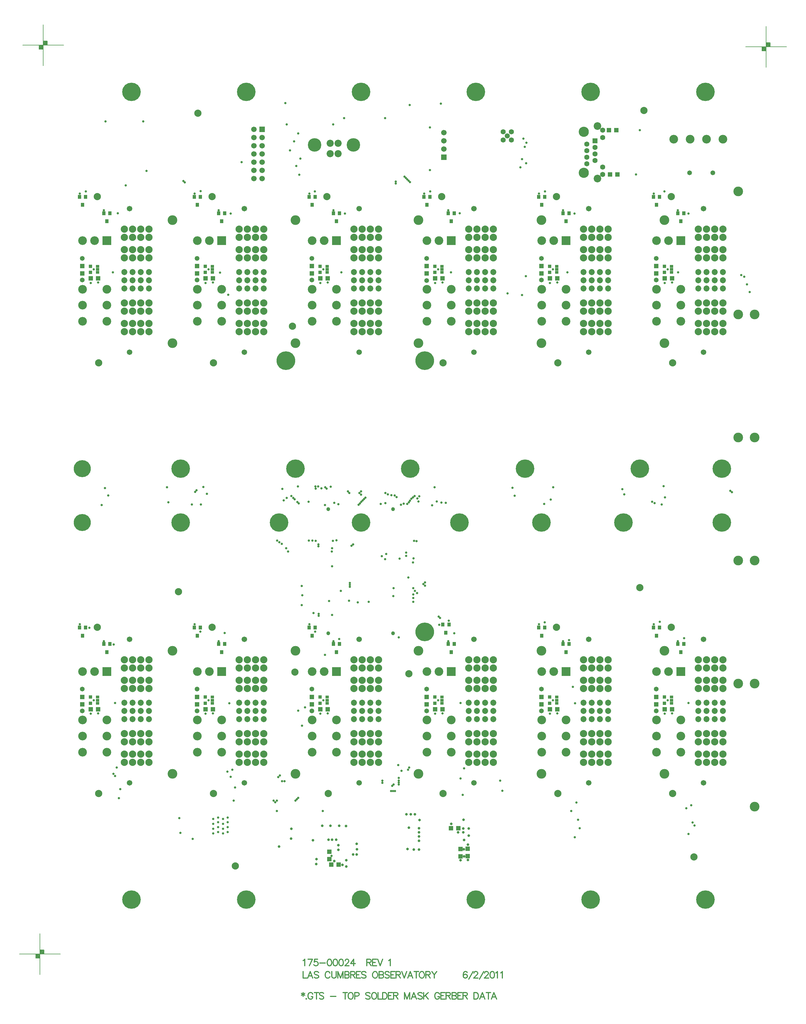
<source format=gts>
%FSLAX23Y23*%
%MOIN*%
G70*
G01*
G75*
G04 Layer_Color=8388736*
%ADD10R,0.035X0.037*%
%ADD11R,0.035X0.037*%
%ADD12R,0.036X0.036*%
%ADD13R,0.036X0.028*%
%ADD14R,0.050X0.050*%
%ADD15R,0.050X0.050*%
%ADD16C,0.005*%
%ADD17C,0.010*%
%ADD18C,0.050*%
%ADD19C,0.012*%
%ADD20C,0.012*%
%ADD21C,0.008*%
%ADD22C,0.012*%
%ADD23C,0.157*%
%ADD24C,0.079*%
%ADD25C,0.020*%
%ADD26C,0.220*%
%ADD27C,0.039*%
%ADD28C,0.055*%
%ADD29R,0.055X0.055*%
%ADD30C,0.116*%
%ADD31C,0.085*%
%ADD32R,0.098X0.098*%
%ADD33C,0.098*%
%ADD34C,0.080*%
%ADD35C,0.065*%
%ADD36C,0.059*%
%ADD37C,0.055*%
%ADD38R,0.059X0.059*%
%ADD39C,0.110*%
%ADD40C,0.217*%
%ADD41C,0.200*%
%ADD42C,0.026*%
%ADD43C,0.050*%
%ADD44C,0.024*%
%ADD45C,0.025*%
%ADD46C,0.040*%
%ADD47C,0.131*%
%ADD48C,0.076*%
%ADD49C,0.206*%
%ADD50C,0.080*%
%ADD51C,0.075*%
%ADD52C,0.168*%
%ADD53C,0.102*%
%ADD54C,0.091*%
G04:AMPARAMS|DCode=55|XSize=111.181mil|YSize=111.181mil|CornerRadius=0mil|HoleSize=0mil|Usage=FLASHONLY|Rotation=0.000|XOffset=0mil|YOffset=0mil|HoleType=Round|Shape=Relief|Width=30mil|Gap=10mil|Entries=4|*
%AMTHD55*
7,0,0,0.111,0.091,0.030,45*
%
%ADD55THD55*%
G04:AMPARAMS|DCode=56|XSize=112mil|YSize=112mil|CornerRadius=0mil|HoleSize=0mil|Usage=FLASHONLY|Rotation=0.000|XOffset=0mil|YOffset=0mil|HoleType=Round|Shape=Relief|Width=30mil|Gap=10mil|Entries=4|*
%AMTHD56*
7,0,0,0.112,0.092,0.030,45*
%
%ADD56THD56*%
%ADD57C,0.092*%
%ADD58C,0.138*%
%ADD59C,0.073*%
%ADD60C,0.099*%
G04:AMPARAMS|DCode=61|XSize=119.055mil|YSize=119.055mil|CornerRadius=0mil|HoleSize=0mil|Usage=FLASHONLY|Rotation=0.000|XOffset=0mil|YOffset=0mil|HoleType=Round|Shape=Relief|Width=30mil|Gap=10mil|Entries=4|*
%AMTHD61*
7,0,0,0.119,0.099,0.030,45*
%
%ADD61THD61*%
%ADD62C,0.075*%
G04:AMPARAMS|DCode=63|XSize=130mil|YSize=130mil|CornerRadius=0mil|HoleSize=0mil|Usage=FLASHONLY|Rotation=0.000|XOffset=0mil|YOffset=0mil|HoleType=Round|Shape=Relief|Width=30mil|Gap=10mil|Entries=4|*
%AMTHD63*
7,0,0,0.130,0.110,0.030,45*
%
%ADD63THD63*%
%ADD64C,0.168*%
%ADD65C,0.053*%
G04:AMPARAMS|DCode=66|XSize=88mil|YSize=88mil|CornerRadius=0mil|HoleSize=0mil|Usage=FLASHONLY|Rotation=0.000|XOffset=0mil|YOffset=0mil|HoleType=Round|Shape=Relief|Width=30mil|Gap=10mil|Entries=4|*
%AMTHD66*
7,0,0,0.088,0.068,0.030,45*
%
%ADD66THD66*%
G04:AMPARAMS|DCode=67|XSize=70mil|YSize=70mil|CornerRadius=0mil|HoleSize=0mil|Usage=FLASHONLY|Rotation=0.000|XOffset=0mil|YOffset=0mil|HoleType=Round|Shape=Relief|Width=30mil|Gap=10mil|Entries=4|*
%AMTHD67*
7,0,0,0.070,0.050,0.030,45*
%
%ADD67THD67*%
%ADD68C,0.068*%
G04:AMPARAMS|DCode=69|XSize=100mil|YSize=100mil|CornerRadius=0mil|HoleSize=0mil|Usage=FLASHONLY|Rotation=0.000|XOffset=0mil|YOffset=0mil|HoleType=Round|Shape=Relief|Width=10mil|Gap=10mil|Entries=4|*
%AMTHD69*
7,0,0,0.100,0.080,0.010,45*
%
%ADD69THD69*%
G04:AMPARAMS|DCode=70|XSize=70mil|YSize=70mil|CornerRadius=0mil|HoleSize=0mil|Usage=FLASHONLY|Rotation=0.000|XOffset=0mil|YOffset=0mil|HoleType=Round|Shape=Relief|Width=10mil|Gap=10mil|Entries=4|*
%AMTHD70*
7,0,0,0.070,0.050,0.010,45*
%
%ADD70THD70*%
G04:AMPARAMS|DCode=71|XSize=150.551mil|YSize=150.551mil|CornerRadius=0mil|HoleSize=0mil|Usage=FLASHONLY|Rotation=0.000|XOffset=0mil|YOffset=0mil|HoleType=Round|Shape=Relief|Width=10mil|Gap=10mil|Entries=4|*
%AMTHD71*
7,0,0,0.151,0.131,0.010,45*
%
%ADD71THD71*%
G04:AMPARAMS|DCode=72|XSize=96.221mil|YSize=96.221mil|CornerRadius=0mil|HoleSize=0mil|Usage=FLASHONLY|Rotation=0.000|XOffset=0mil|YOffset=0mil|HoleType=Round|Shape=Relief|Width=10mil|Gap=10mil|Entries=4|*
%AMTHD72*
7,0,0,0.096,0.076,0.010,45*
%
%ADD72THD72*%
G04:AMPARAMS|DCode=73|XSize=95mil|YSize=95mil|CornerRadius=0mil|HoleSize=0mil|Usage=FLASHONLY|Rotation=0.000|XOffset=0mil|YOffset=0mil|HoleType=Round|Shape=Relief|Width=10mil|Gap=10mil|Entries=4|*
%AMTHD73*
7,0,0,0.095,0.075,0.010,45*
%
%ADD73THD73*%
G04:AMPARAMS|DCode=74|XSize=122mil|YSize=122mil|CornerRadius=0mil|HoleSize=0mil|Usage=FLASHONLY|Rotation=0.000|XOffset=0mil|YOffset=0mil|HoleType=Round|Shape=Relief|Width=10mil|Gap=10mil|Entries=4|*
%AMTHD74*
7,0,0,0.122,0.102,0.010,45*
%
%ADD74THD74*%
G04:AMPARAMS|DCode=75|XSize=112mil|YSize=112mil|CornerRadius=0mil|HoleSize=0mil|Usage=FLASHONLY|Rotation=0.000|XOffset=0mil|YOffset=0mil|HoleType=Round|Shape=Relief|Width=10mil|Gap=10mil|Entries=4|*
%AMTHD75*
7,0,0,0.112,0.092,0.010,45*
%
%ADD75THD75*%
G04:AMPARAMS|DCode=76|XSize=93.465mil|YSize=93.465mil|CornerRadius=0mil|HoleSize=0mil|Usage=FLASHONLY|Rotation=0.000|XOffset=0mil|YOffset=0mil|HoleType=Round|Shape=Relief|Width=10mil|Gap=10mil|Entries=4|*
%AMTHD76*
7,0,0,0.093,0.073,0.010,45*
%
%ADD76THD76*%
G04:AMPARAMS|DCode=77|XSize=95.433mil|YSize=95.433mil|CornerRadius=0mil|HoleSize=0mil|Usage=FLASHONLY|Rotation=0.000|XOffset=0mil|YOffset=0mil|HoleType=Round|Shape=Relief|Width=10mil|Gap=10mil|Entries=4|*
%AMTHD77*
7,0,0,0.095,0.075,0.010,45*
%
%ADD77THD77*%
G04:AMPARAMS|DCode=78|XSize=72.992mil|YSize=72.992mil|CornerRadius=0mil|HoleSize=0mil|Usage=FLASHONLY|Rotation=0.000|XOffset=0mil|YOffset=0mil|HoleType=Round|Shape=Relief|Width=10mil|Gap=10mil|Entries=4|*
%AMTHD78*
7,0,0,0.073,0.053,0.010,45*
%
%ADD78THD78*%
G04:AMPARAMS|DCode=79|XSize=88mil|YSize=88mil|CornerRadius=0mil|HoleSize=0mil|Usage=FLASHONLY|Rotation=0.000|XOffset=0mil|YOffset=0mil|HoleType=Round|Shape=Relief|Width=10mil|Gap=10mil|Entries=4|*
%AMTHD79*
7,0,0,0.088,0.068,0.010,45*
%
%ADD79THD79*%
%ADD80R,0.075X0.037*%
%ADD81R,0.272X0.268*%
%ADD82R,0.057X0.012*%
%ADD83R,0.025X0.185*%
%ADD84R,0.025X0.100*%
%ADD85R,0.016X0.020*%
%ADD86R,0.020X0.020*%
%ADD87R,0.070X0.135*%
%ADD88R,0.078X0.048*%
%ADD89R,0.063X0.075*%
%ADD90O,0.028X0.098*%
%ADD91R,0.045X0.017*%
%ADD92R,0.087X0.059*%
%ADD93R,0.126X0.060*%
%ADD94R,0.065X0.094*%
%ADD95O,0.027X0.010*%
%ADD96R,0.094X0.065*%
%ADD97O,0.010X0.024*%
%ADD98R,0.040X0.067*%
%ADD99R,0.051X0.059*%
%ADD100R,0.070X0.025*%
%ADD101R,0.059X0.051*%
%ADD102R,0.059X0.087*%
%ADD103C,0.020*%
%ADD104C,0.030*%
%ADD105C,0.010*%
%ADD106C,0.010*%
%ADD107C,0.008*%
%ADD108C,0.006*%
%ADD109C,0.007*%
%ADD110R,0.384X0.322*%
%ADD111R,0.043X0.045*%
%ADD112R,0.043X0.045*%
%ADD113R,0.044X0.044*%
%ADD114R,0.044X0.036*%
%ADD115R,0.058X0.058*%
%ADD116R,0.058X0.058*%
%ADD117C,0.165*%
%ADD118C,0.087*%
%ADD119C,0.028*%
%ADD120C,0.228*%
%ADD121C,0.047*%
%ADD122C,0.063*%
%ADD123R,0.063X0.063*%
%ADD124C,0.124*%
%ADD125C,0.093*%
%ADD126R,0.106X0.106*%
%ADD127C,0.106*%
%ADD128C,0.088*%
%ADD129C,0.073*%
%ADD130C,0.067*%
%ADD131C,0.063*%
%ADD132R,0.067X0.067*%
%ADD133C,0.118*%
%ADD134C,0.225*%
%ADD135C,0.208*%
%ADD136C,0.058*%
%ADD137C,0.032*%
D19*
X32136Y17353D02*
X32144Y17357D01*
X32155Y17369D01*
Y17289D01*
X32248Y17369D02*
X32210Y17289D01*
X32195Y17369D02*
X32248D01*
X32312D02*
X32274D01*
X32270Y17334D01*
X32274Y17338D01*
X32285Y17342D01*
X32296D01*
X32308Y17338D01*
X32315Y17330D01*
X32319Y17319D01*
Y17311D01*
X32315Y17300D01*
X32308Y17292D01*
X32296Y17289D01*
X32285D01*
X32274Y17292D01*
X32270Y17296D01*
X32266Y17304D01*
X32337Y17323D02*
X32406D01*
X32452Y17369D02*
X32441Y17365D01*
X32433Y17353D01*
X32429Y17334D01*
Y17323D01*
X32433Y17304D01*
X32441Y17292D01*
X32452Y17289D01*
X32460D01*
X32471Y17292D01*
X32479Y17304D01*
X32483Y17323D01*
Y17334D01*
X32479Y17353D01*
X32471Y17365D01*
X32460Y17369D01*
X32452D01*
X32523D02*
X32512Y17365D01*
X32504Y17353D01*
X32501Y17334D01*
Y17323D01*
X32504Y17304D01*
X32512Y17292D01*
X32523Y17289D01*
X32531D01*
X32542Y17292D01*
X32550Y17304D01*
X32554Y17323D01*
Y17334D01*
X32550Y17353D01*
X32542Y17365D01*
X32531Y17369D01*
X32523D01*
X32595D02*
X32583Y17365D01*
X32576Y17353D01*
X32572Y17334D01*
Y17323D01*
X32576Y17304D01*
X32583Y17292D01*
X32595Y17289D01*
X32602D01*
X32614Y17292D01*
X32621Y17304D01*
X32625Y17323D01*
Y17334D01*
X32621Y17353D01*
X32614Y17365D01*
X32602Y17369D01*
X32595D01*
X32647Y17350D02*
Y17353D01*
X32651Y17361D01*
X32654Y17365D01*
X32662Y17369D01*
X32677D01*
X32685Y17365D01*
X32689Y17361D01*
X32692Y17353D01*
Y17346D01*
X32689Y17338D01*
X32681Y17327D01*
X32643Y17289D01*
X32696D01*
X32752Y17369D02*
X32714Y17315D01*
X32771D01*
X32752Y17369D02*
Y17289D01*
X32911Y17369D02*
Y17289D01*
Y17369D02*
X32945D01*
X32957Y17365D01*
X32961Y17361D01*
X32964Y17353D01*
Y17346D01*
X32961Y17338D01*
X32957Y17334D01*
X32945Y17330D01*
X32911D01*
X32938D02*
X32964Y17289D01*
X33032Y17369D02*
X32982D01*
Y17289D01*
X33032D01*
X32982Y17330D02*
X33013D01*
X33045Y17369D02*
X33076Y17289D01*
X33106Y17369D02*
X33076Y17289D01*
X33179Y17353D02*
X33187Y17357D01*
X33198Y17369D01*
Y17289D01*
D20*
X32134Y16963D02*
Y16917D01*
X32115Y16952D02*
X32153Y16929D01*
Y16952D02*
X32115Y16929D01*
X32173Y16891D02*
X32169Y16887D01*
X32173Y16883D01*
X32177Y16887D01*
X32173Y16891D01*
X32252Y16944D02*
X32248Y16952D01*
X32240Y16959D01*
X32233Y16963D01*
X32217D01*
X32210Y16959D01*
X32202Y16952D01*
X32198Y16944D01*
X32195Y16933D01*
Y16913D01*
X32198Y16902D01*
X32202Y16894D01*
X32210Y16887D01*
X32217Y16883D01*
X32233D01*
X32240Y16887D01*
X32248Y16894D01*
X32252Y16902D01*
Y16913D01*
X32233D02*
X32252D01*
X32297Y16963D02*
Y16883D01*
X32270Y16963D02*
X32323D01*
X32386Y16952D02*
X32379Y16959D01*
X32367Y16963D01*
X32352D01*
X32340Y16959D01*
X32333Y16952D01*
Y16944D01*
X32337Y16936D01*
X32340Y16933D01*
X32348Y16929D01*
X32371Y16921D01*
X32379Y16917D01*
X32382Y16913D01*
X32386Y16906D01*
Y16894D01*
X32379Y16887D01*
X32367Y16883D01*
X32352D01*
X32340Y16887D01*
X32333Y16894D01*
X32467Y16917D02*
X32535D01*
X32649Y16963D02*
Y16883D01*
X32622Y16963D02*
X32675D01*
X32708D02*
X32700Y16959D01*
X32692Y16952D01*
X32689Y16944D01*
X32685Y16933D01*
Y16913D01*
X32689Y16902D01*
X32692Y16894D01*
X32700Y16887D01*
X32708Y16883D01*
X32723D01*
X32730Y16887D01*
X32738Y16894D01*
X32742Y16902D01*
X32746Y16913D01*
Y16933D01*
X32742Y16944D01*
X32738Y16952D01*
X32730Y16959D01*
X32723Y16963D01*
X32708D01*
X32764Y16921D02*
X32799D01*
X32810Y16925D01*
X32814Y16929D01*
X32818Y16936D01*
Y16948D01*
X32814Y16955D01*
X32810Y16959D01*
X32799Y16963D01*
X32764D01*
Y16883D01*
X32952Y16952D02*
X32944Y16959D01*
X32933Y16963D01*
X32917D01*
X32906Y16959D01*
X32898Y16952D01*
Y16944D01*
X32902Y16936D01*
X32906Y16933D01*
X32914Y16929D01*
X32937Y16921D01*
X32944Y16917D01*
X32948Y16913D01*
X32952Y16906D01*
Y16894D01*
X32944Y16887D01*
X32933Y16883D01*
X32917D01*
X32906Y16887D01*
X32898Y16894D01*
X32993Y16963D02*
X32985Y16959D01*
X32977Y16952D01*
X32973Y16944D01*
X32970Y16933D01*
Y16913D01*
X32973Y16902D01*
X32977Y16894D01*
X32985Y16887D01*
X32993Y16883D01*
X33008D01*
X33015Y16887D01*
X33023Y16894D01*
X33027Y16902D01*
X33031Y16913D01*
Y16933D01*
X33027Y16944D01*
X33023Y16952D01*
X33015Y16959D01*
X33008Y16963D01*
X32993D01*
X33049D02*
Y16883D01*
X33095D01*
X33104Y16963D02*
Y16883D01*
Y16963D02*
X33130D01*
X33142Y16959D01*
X33149Y16952D01*
X33153Y16944D01*
X33157Y16933D01*
Y16913D01*
X33153Y16902D01*
X33149Y16894D01*
X33142Y16887D01*
X33130Y16883D01*
X33104D01*
X33224Y16963D02*
X33175D01*
Y16883D01*
X33224D01*
X33175Y16925D02*
X33205D01*
X33238Y16963D02*
Y16883D01*
Y16963D02*
X33272D01*
X33284Y16959D01*
X33287Y16955D01*
X33291Y16948D01*
Y16940D01*
X33287Y16933D01*
X33284Y16929D01*
X33272Y16925D01*
X33238D01*
X33264D02*
X33291Y16883D01*
X33372Y16963D02*
Y16883D01*
Y16963D02*
X33402Y16883D01*
X33433Y16963D02*
X33402Y16883D01*
X33433Y16963D02*
Y16883D01*
X33517D02*
X33486Y16963D01*
X33456Y16883D01*
X33467Y16910D02*
X33505D01*
X33589Y16952D02*
X33581Y16959D01*
X33570Y16963D01*
X33554D01*
X33543Y16959D01*
X33535Y16952D01*
Y16944D01*
X33539Y16936D01*
X33543Y16933D01*
X33551Y16929D01*
X33573Y16921D01*
X33581Y16917D01*
X33585Y16913D01*
X33589Y16906D01*
Y16894D01*
X33581Y16887D01*
X33570Y16883D01*
X33554D01*
X33543Y16887D01*
X33535Y16894D01*
X33606Y16963D02*
Y16883D01*
X33660Y16963D02*
X33606Y16910D01*
X33626Y16929D02*
X33660Y16883D01*
X33798Y16944D02*
X33794Y16952D01*
X33786Y16959D01*
X33779Y16963D01*
X33763D01*
X33756Y16959D01*
X33748Y16952D01*
X33744Y16944D01*
X33741Y16933D01*
Y16913D01*
X33744Y16902D01*
X33748Y16894D01*
X33756Y16887D01*
X33763Y16883D01*
X33779D01*
X33786Y16887D01*
X33794Y16894D01*
X33798Y16902D01*
Y16913D01*
X33779D02*
X33798D01*
X33865Y16963D02*
X33816D01*
Y16883D01*
X33865D01*
X33816Y16925D02*
X33846D01*
X33879Y16963D02*
Y16883D01*
Y16963D02*
X33913D01*
X33925Y16959D01*
X33928Y16955D01*
X33932Y16948D01*
Y16940D01*
X33928Y16933D01*
X33925Y16929D01*
X33913Y16925D01*
X33879D01*
X33905D02*
X33932Y16883D01*
X33950Y16963D02*
Y16883D01*
Y16963D02*
X33984D01*
X33996Y16959D01*
X34000Y16955D01*
X34003Y16948D01*
Y16940D01*
X34000Y16933D01*
X33996Y16929D01*
X33984Y16925D01*
X33950D02*
X33984D01*
X33996Y16921D01*
X34000Y16917D01*
X34003Y16910D01*
Y16898D01*
X34000Y16891D01*
X33996Y16887D01*
X33984Y16883D01*
X33950D01*
X34071Y16963D02*
X34021D01*
Y16883D01*
X34071D01*
X34021Y16925D02*
X34052D01*
X34084Y16963D02*
Y16883D01*
Y16963D02*
X34118D01*
X34130Y16959D01*
X34134Y16955D01*
X34137Y16948D01*
Y16940D01*
X34134Y16933D01*
X34130Y16929D01*
X34118Y16925D01*
X34084D01*
X34111D02*
X34137Y16883D01*
X34218Y16963D02*
Y16883D01*
Y16963D02*
X34245D01*
X34256Y16959D01*
X34264Y16952D01*
X34268Y16944D01*
X34271Y16933D01*
Y16913D01*
X34268Y16902D01*
X34264Y16894D01*
X34256Y16887D01*
X34245Y16883D01*
X34218D01*
X34350D02*
X34320Y16963D01*
X34289Y16883D01*
X34301Y16910D02*
X34339D01*
X34396Y16963D02*
Y16883D01*
X34369Y16963D02*
X34422D01*
X34493Y16883D02*
X34462Y16963D01*
X34432Y16883D01*
X34443Y16910D02*
X34481D01*
D21*
X37781Y28243D02*
Y28743D01*
X37531Y28493D02*
X38031D01*
X37731Y28443D02*
X37781D01*
X37731D02*
Y28493D01*
X37781Y28543D02*
X37831D01*
Y28493D02*
Y28543D01*
X37786Y28498D02*
Y28538D01*
X37826D01*
Y28498D02*
Y28538D01*
X37786Y28498D02*
X37826D01*
X37791Y28503D02*
Y28533D01*
X37821D01*
Y28503D02*
Y28533D01*
X37796Y28503D02*
X37821D01*
X37796Y28508D02*
Y28528D01*
X37816D01*
Y28508D02*
Y28528D01*
X37801Y28508D02*
X37816D01*
X37801Y28513D02*
Y28523D01*
X37811D01*
Y28513D02*
Y28523D01*
X37801Y28513D02*
X37811D01*
X37806D02*
Y28523D01*
X37736Y28448D02*
Y28488D01*
X37776D01*
Y28448D02*
Y28488D01*
X37736Y28448D02*
X37776D01*
X37741Y28453D02*
Y28483D01*
X37771D01*
Y28453D02*
Y28483D01*
X37746Y28453D02*
X37771D01*
X37746Y28458D02*
Y28478D01*
X37766D01*
Y28458D02*
Y28478D01*
X37751Y28458D02*
X37766D01*
X37751Y28463D02*
Y28473D01*
X37761D01*
Y28463D02*
Y28473D01*
X37751Y28463D02*
X37761D01*
X37756D02*
Y28473D01*
X28965Y28263D02*
Y28763D01*
X28715Y28513D02*
X29215D01*
X28915Y28463D02*
X28965D01*
X28915D02*
Y28513D01*
X28965Y28563D02*
X29015D01*
Y28513D02*
Y28563D01*
X28970Y28518D02*
Y28558D01*
X29010D01*
Y28518D02*
Y28558D01*
X28970Y28518D02*
X29010D01*
X28975Y28523D02*
Y28553D01*
X29005D01*
Y28523D02*
Y28553D01*
X28980Y28523D02*
X29005D01*
X28980Y28528D02*
Y28548D01*
X29000D01*
Y28528D02*
Y28548D01*
X28985Y28528D02*
X29000D01*
X28985Y28533D02*
Y28543D01*
X28995D01*
Y28533D02*
Y28543D01*
X28985Y28533D02*
X28995D01*
X28990D02*
Y28543D01*
X28920Y28468D02*
Y28508D01*
X28960D01*
Y28468D02*
Y28508D01*
X28920Y28468D02*
X28960D01*
X28925Y28473D02*
Y28503D01*
X28955D01*
Y28473D02*
Y28503D01*
X28930Y28473D02*
X28955D01*
X28930Y28478D02*
Y28498D01*
X28950D01*
Y28478D02*
Y28498D01*
X28935Y28478D02*
X28950D01*
X28935Y28483D02*
Y28493D01*
X28945D01*
Y28483D02*
Y28493D01*
X28935Y28483D02*
X28945D01*
X28940D02*
Y28493D01*
X28926Y17184D02*
Y17684D01*
X28676Y17434D02*
X29176D01*
X28876Y17384D02*
X28926D01*
X28876D02*
Y17434D01*
X28926Y17484D02*
X28976D01*
Y17434D02*
Y17484D01*
X28931Y17439D02*
Y17479D01*
X28971D01*
Y17439D02*
Y17479D01*
X28931Y17439D02*
X28971D01*
X28936Y17444D02*
Y17474D01*
X28966D01*
Y17444D02*
Y17474D01*
X28941Y17444D02*
X28966D01*
X28941Y17449D02*
Y17469D01*
X28961D01*
Y17449D02*
Y17469D01*
X28946Y17449D02*
X28961D01*
X28946Y17454D02*
Y17464D01*
X28956D01*
Y17454D02*
Y17464D01*
X28946Y17454D02*
X28956D01*
X28951D02*
Y17464D01*
X28881Y17389D02*
Y17429D01*
X28921D01*
Y17389D02*
Y17429D01*
X28881Y17389D02*
X28921D01*
X28886Y17394D02*
Y17424D01*
X28916D01*
Y17394D02*
Y17424D01*
X28891Y17394D02*
X28916D01*
X28891Y17399D02*
Y17419D01*
X28911D01*
Y17399D02*
Y17419D01*
X28896Y17399D02*
X28911D01*
X28896Y17404D02*
Y17414D01*
X28906D01*
Y17404D02*
Y17414D01*
X28896Y17404D02*
X28906D01*
X28901D02*
Y17414D01*
D22*
X32136Y17219D02*
Y17139D01*
X32182D01*
X32251D02*
X32221Y17219D01*
X32190Y17139D01*
X32202Y17165D02*
X32240D01*
X32323Y17207D02*
X32316Y17215D01*
X32304Y17219D01*
X32289D01*
X32278Y17215D01*
X32270Y17207D01*
Y17200D01*
X32274Y17192D01*
X32278Y17188D01*
X32285Y17184D01*
X32308Y17177D01*
X32316Y17173D01*
X32320Y17169D01*
X32323Y17161D01*
Y17150D01*
X32316Y17142D01*
X32304Y17139D01*
X32289D01*
X32278Y17142D01*
X32270Y17150D01*
X32461Y17200D02*
X32457Y17207D01*
X32450Y17215D01*
X32442Y17219D01*
X32427D01*
X32419Y17215D01*
X32412Y17207D01*
X32408Y17200D01*
X32404Y17188D01*
Y17169D01*
X32408Y17158D01*
X32412Y17150D01*
X32419Y17142D01*
X32427Y17139D01*
X32442D01*
X32450Y17142D01*
X32457Y17150D01*
X32461Y17158D01*
X32484Y17219D02*
Y17161D01*
X32488Y17150D01*
X32495Y17142D01*
X32507Y17139D01*
X32514D01*
X32526Y17142D01*
X32533Y17150D01*
X32537Y17161D01*
Y17219D01*
X32559D02*
Y17139D01*
Y17219D02*
X32590Y17139D01*
X32620Y17219D02*
X32590Y17139D01*
X32620Y17219D02*
Y17139D01*
X32643Y17219D02*
Y17139D01*
Y17219D02*
X32677D01*
X32689Y17215D01*
X32692Y17211D01*
X32696Y17203D01*
Y17196D01*
X32692Y17188D01*
X32689Y17184D01*
X32677Y17180D01*
X32643D02*
X32677D01*
X32689Y17177D01*
X32692Y17173D01*
X32696Y17165D01*
Y17154D01*
X32692Y17146D01*
X32689Y17142D01*
X32677Y17139D01*
X32643D01*
X32714Y17219D02*
Y17139D01*
Y17219D02*
X32748D01*
X32760Y17215D01*
X32764Y17211D01*
X32768Y17203D01*
Y17196D01*
X32764Y17188D01*
X32760Y17184D01*
X32748Y17180D01*
X32714D01*
X32741D02*
X32768Y17139D01*
X32835Y17219D02*
X32785D01*
Y17139D01*
X32835D01*
X32785Y17180D02*
X32816D01*
X32902Y17207D02*
X32894Y17215D01*
X32883Y17219D01*
X32867D01*
X32856Y17215D01*
X32848Y17207D01*
Y17200D01*
X32852Y17192D01*
X32856Y17188D01*
X32863Y17184D01*
X32886Y17177D01*
X32894Y17173D01*
X32898Y17169D01*
X32902Y17161D01*
Y17150D01*
X32894Y17142D01*
X32883Y17139D01*
X32867D01*
X32856Y17142D01*
X32848Y17150D01*
X33005Y17219D02*
X32998Y17215D01*
X32990Y17207D01*
X32986Y17200D01*
X32982Y17188D01*
Y17169D01*
X32986Y17158D01*
X32990Y17150D01*
X32998Y17142D01*
X33005Y17139D01*
X33020D01*
X33028Y17142D01*
X33036Y17150D01*
X33039Y17158D01*
X33043Y17169D01*
Y17188D01*
X33039Y17200D01*
X33036Y17207D01*
X33028Y17215D01*
X33020Y17219D01*
X33005D01*
X33062D02*
Y17139D01*
Y17219D02*
X33096D01*
X33108Y17215D01*
X33111Y17211D01*
X33115Y17203D01*
Y17196D01*
X33111Y17188D01*
X33108Y17184D01*
X33096Y17180D01*
X33062D02*
X33096D01*
X33108Y17177D01*
X33111Y17173D01*
X33115Y17165D01*
Y17154D01*
X33111Y17146D01*
X33108Y17142D01*
X33096Y17139D01*
X33062D01*
X33186Y17207D02*
X33179Y17215D01*
X33167Y17219D01*
X33152D01*
X33141Y17215D01*
X33133Y17207D01*
Y17200D01*
X33137Y17192D01*
X33141Y17188D01*
X33148Y17184D01*
X33171Y17177D01*
X33179Y17173D01*
X33183Y17169D01*
X33186Y17161D01*
Y17150D01*
X33179Y17142D01*
X33167Y17139D01*
X33152D01*
X33141Y17142D01*
X33133Y17150D01*
X33254Y17219D02*
X33204D01*
Y17139D01*
X33254D01*
X33204Y17180D02*
X33235D01*
X33267Y17219D02*
Y17139D01*
Y17219D02*
X33301D01*
X33313Y17215D01*
X33317Y17211D01*
X33321Y17203D01*
Y17196D01*
X33317Y17188D01*
X33313Y17184D01*
X33301Y17180D01*
X33267D01*
X33294D02*
X33321Y17139D01*
X33338Y17219D02*
X33369Y17139D01*
X33399Y17219D02*
X33369Y17139D01*
X33471D02*
X33440Y17219D01*
X33410Y17139D01*
X33421Y17165D02*
X33459D01*
X33516Y17219D02*
Y17139D01*
X33489Y17219D02*
X33543D01*
X33575D02*
X33567Y17215D01*
X33560Y17207D01*
X33556Y17200D01*
X33552Y17188D01*
Y17169D01*
X33556Y17158D01*
X33560Y17150D01*
X33567Y17142D01*
X33575Y17139D01*
X33590D01*
X33598Y17142D01*
X33605Y17150D01*
X33609Y17158D01*
X33613Y17169D01*
Y17188D01*
X33609Y17200D01*
X33605Y17207D01*
X33598Y17215D01*
X33590Y17219D01*
X33575D01*
X33632D02*
Y17139D01*
Y17219D02*
X33666D01*
X33677Y17215D01*
X33681Y17211D01*
X33685Y17203D01*
Y17196D01*
X33681Y17188D01*
X33677Y17184D01*
X33666Y17180D01*
X33632D01*
X33658D02*
X33685Y17139D01*
X33703Y17219D02*
X33733Y17180D01*
Y17139D01*
X33764Y17219D02*
X33733Y17180D01*
X34134Y17207D02*
X34130Y17215D01*
X34119Y17219D01*
X34111D01*
X34100Y17215D01*
X34092Y17203D01*
X34088Y17184D01*
Y17165D01*
X34092Y17150D01*
X34100Y17142D01*
X34111Y17139D01*
X34115D01*
X34126Y17142D01*
X34134Y17150D01*
X34138Y17161D01*
Y17165D01*
X34134Y17177D01*
X34126Y17184D01*
X34115Y17188D01*
X34111D01*
X34100Y17184D01*
X34092Y17177D01*
X34088Y17165D01*
X34155Y17127D02*
X34209Y17219D01*
X34218Y17200D02*
Y17203D01*
X34222Y17211D01*
X34225Y17215D01*
X34233Y17219D01*
X34248D01*
X34256Y17215D01*
X34260Y17211D01*
X34264Y17203D01*
Y17196D01*
X34260Y17188D01*
X34252Y17177D01*
X34214Y17139D01*
X34267D01*
X34285Y17127D02*
X34339Y17219D01*
X34348Y17200D02*
Y17203D01*
X34352Y17211D01*
X34355Y17215D01*
X34363Y17219D01*
X34378D01*
X34386Y17215D01*
X34390Y17211D01*
X34393Y17203D01*
Y17196D01*
X34390Y17188D01*
X34382Y17177D01*
X34344Y17139D01*
X34397D01*
X34438Y17219D02*
X34427Y17215D01*
X34419Y17203D01*
X34415Y17184D01*
Y17173D01*
X34419Y17154D01*
X34427Y17142D01*
X34438Y17139D01*
X34446D01*
X34457Y17142D01*
X34465Y17154D01*
X34468Y17173D01*
Y17184D01*
X34465Y17203D01*
X34457Y17215D01*
X34446Y17219D01*
X34438D01*
X34486Y17203D02*
X34494Y17207D01*
X34505Y17219D01*
Y17139D01*
X34545Y17203D02*
X34553Y17207D01*
X34564Y17219D01*
Y17139D01*
D111*
X36445Y21314D02*
D03*
X36482Y21412D02*
D03*
X29740Y26365D02*
D03*
X29777Y26463D02*
D03*
X31140Y26365D02*
D03*
X31177Y26463D02*
D03*
X32540Y26365D02*
D03*
X32577Y26463D02*
D03*
X33940Y26365D02*
D03*
X33977Y26463D02*
D03*
X35340Y26365D02*
D03*
X35377Y26463D02*
D03*
X36740Y26365D02*
D03*
X36777Y26463D02*
D03*
X29740Y21114D02*
D03*
X29777Y21212D02*
D03*
X31140Y21114D02*
D03*
X31177Y21212D02*
D03*
X32540Y21114D02*
D03*
X32577Y21212D02*
D03*
X33940Y21114D02*
D03*
X33977Y21212D02*
D03*
X35340Y21114D02*
D03*
X35377Y21212D02*
D03*
X36740Y21114D02*
D03*
X36777Y21212D02*
D03*
X29445Y26565D02*
D03*
X29482Y26663D02*
D03*
X30845Y26565D02*
D03*
X30882Y26663D02*
D03*
X32245Y26565D02*
D03*
X32282Y26663D02*
D03*
X33645Y26565D02*
D03*
X33682Y26663D02*
D03*
X35045Y26565D02*
D03*
X35082Y26663D02*
D03*
X36445Y26565D02*
D03*
X36482Y26663D02*
D03*
X29445Y21314D02*
D03*
X29482Y21412D02*
D03*
X30845Y21314D02*
D03*
X30882Y21412D02*
D03*
X32245Y21314D02*
D03*
X32282Y21412D02*
D03*
X33875Y21351D02*
D03*
X33913Y21449D02*
D03*
X35045Y21314D02*
D03*
X35082Y21412D02*
D03*
D112*
X36408Y21412D02*
D03*
X29703Y26463D02*
D03*
X31103D02*
D03*
X32503D02*
D03*
X33903D02*
D03*
X35303D02*
D03*
X36703D02*
D03*
X29703Y21212D02*
D03*
X31103D02*
D03*
X32503D02*
D03*
X33903D02*
D03*
X35303D02*
D03*
X36703D02*
D03*
X29408Y26663D02*
D03*
X30808D02*
D03*
X32208D02*
D03*
X33608D02*
D03*
X35008D02*
D03*
X36408D02*
D03*
X29408Y21412D02*
D03*
X30808D02*
D03*
X32208D02*
D03*
X33838Y21449D02*
D03*
X35008Y21412D02*
D03*
D113*
X36542Y20565D02*
D03*
Y20491D02*
D03*
X29542Y25816D02*
D03*
Y25742D02*
D03*
X30942Y25816D02*
D03*
Y25742D02*
D03*
X32342Y25816D02*
D03*
Y25742D02*
D03*
X33742Y25816D02*
D03*
Y25742D02*
D03*
X35142Y25816D02*
D03*
Y25742D02*
D03*
X36542Y25816D02*
D03*
Y25742D02*
D03*
X29542Y20565D02*
D03*
Y20491D02*
D03*
X30942Y20565D02*
D03*
Y20491D02*
D03*
X32342Y20565D02*
D03*
Y20491D02*
D03*
X33742Y20565D02*
D03*
Y20491D02*
D03*
X35142Y20565D02*
D03*
Y20491D02*
D03*
D114*
X36628Y20528D02*
D03*
Y20565D02*
D03*
Y20491D02*
D03*
X29628Y25779D02*
D03*
Y25816D02*
D03*
Y25742D02*
D03*
X31028Y25779D02*
D03*
Y25816D02*
D03*
Y25742D02*
D03*
X32428Y25779D02*
D03*
Y25816D02*
D03*
Y25742D02*
D03*
X33828Y25779D02*
D03*
Y25816D02*
D03*
Y25742D02*
D03*
X35228Y25779D02*
D03*
Y25816D02*
D03*
Y25742D02*
D03*
X36628Y25779D02*
D03*
Y25816D02*
D03*
Y25742D02*
D03*
X29628Y20528D02*
D03*
Y20565D02*
D03*
Y20491D02*
D03*
X31028Y20528D02*
D03*
Y20565D02*
D03*
Y20491D02*
D03*
X32428Y20528D02*
D03*
Y20565D02*
D03*
Y20491D02*
D03*
X33828Y20528D02*
D03*
Y20565D02*
D03*
Y20491D02*
D03*
X35228Y20528D02*
D03*
Y20565D02*
D03*
Y20491D02*
D03*
D115*
X29440Y25819D02*
D03*
Y25729D02*
D03*
X30840Y25819D02*
D03*
Y25729D02*
D03*
X32240Y25819D02*
D03*
Y25729D02*
D03*
X33640Y25819D02*
D03*
Y25729D02*
D03*
X35040Y25819D02*
D03*
Y25729D02*
D03*
X36440Y25819D02*
D03*
Y25729D02*
D03*
X29440Y20568D02*
D03*
Y20478D02*
D03*
X30840Y20568D02*
D03*
Y20478D02*
D03*
X32240Y20568D02*
D03*
Y20478D02*
D03*
X33640Y20568D02*
D03*
Y20478D02*
D03*
X35040Y20568D02*
D03*
Y20478D02*
D03*
X36440Y20568D02*
D03*
Y20478D02*
D03*
X34142Y18628D02*
D03*
Y18718D02*
D03*
X34054Y18713D02*
D03*
Y18623D02*
D03*
X32454Y18589D02*
D03*
Y18679D02*
D03*
D116*
X35956Y27477D02*
D03*
X35866D02*
D03*
X35969Y26937D02*
D03*
X35879D02*
D03*
X34029Y18968D02*
D03*
X33939D02*
D03*
X32569Y18524D02*
D03*
X32479D02*
D03*
X29635Y25669D02*
D03*
X29545D02*
D03*
X31035D02*
D03*
X30945D02*
D03*
X32435D02*
D03*
X32345D02*
D03*
X33835D02*
D03*
X33745D02*
D03*
X35235D02*
D03*
X35145D02*
D03*
X36635D02*
D03*
X36545D02*
D03*
X29635Y20418D02*
D03*
X29545D02*
D03*
X31035D02*
D03*
X30945D02*
D03*
X32435D02*
D03*
X32345D02*
D03*
X33835D02*
D03*
X33745D02*
D03*
X35235D02*
D03*
X35145D02*
D03*
X36635D02*
D03*
X36545D02*
D03*
D117*
X32749Y27297D02*
D03*
X32275D02*
D03*
D118*
X32561Y27316D02*
D03*
X32463D02*
D03*
Y27190D02*
D03*
X32561D02*
D03*
D119*
X31039Y18902D02*
D03*
Y18961D02*
D03*
Y19020D02*
D03*
Y19079D02*
D03*
X31098Y19098D02*
D03*
Y19039D02*
D03*
Y18980D02*
D03*
Y18921D02*
D03*
X31157Y18902D02*
D03*
Y18961D02*
D03*
Y19020D02*
D03*
Y19079D02*
D03*
X31216Y19098D02*
D03*
Y19039D02*
D03*
Y18980D02*
D03*
Y18921D02*
D03*
X30789Y18838D02*
D03*
X30626Y19090D02*
D03*
X30637Y18911D02*
D03*
X32563Y22916D02*
D03*
X32497Y22471D02*
D03*
X32488Y22160D02*
D03*
X30184Y27582D02*
D03*
X30223Y26979D02*
D03*
X36833Y26461D02*
D03*
X35444D02*
D03*
X34045Y26462D02*
D03*
X32646Y26460D02*
D03*
X31251Y26461D02*
D03*
X29874Y26462D02*
D03*
X33979Y21343D02*
D03*
X36780Y21283D02*
D03*
X35377Y21261D02*
D03*
X31178Y21347D02*
D03*
X32574Y21273D02*
D03*
X29823Y21207D02*
D03*
X36540Y26730D02*
D03*
X35085D02*
D03*
X33684D02*
D03*
X32279D02*
D03*
X30884Y26732D02*
D03*
X29484Y26730D02*
D03*
X36483Y21482D02*
D03*
X35081Y21476D02*
D03*
X33912Y21495D02*
D03*
X32282Y21364D02*
D03*
X30882D02*
D03*
X29529Y21410D02*
D03*
X36240Y27475D02*
D03*
X36196Y26935D02*
D03*
X36390Y22947D02*
D03*
X36421Y22931D02*
D03*
X33806Y21531D02*
D03*
X33789Y21548D02*
D03*
X32326Y21581D02*
D03*
Y21557D02*
D03*
X32680Y23074D02*
D03*
X32726Y22409D02*
D03*
X30834Y23085D02*
D03*
X32320Y22403D02*
D03*
X32743Y22426D02*
D03*
X32699Y23054D02*
D03*
X32320Y22427D02*
D03*
X30817Y23068D02*
D03*
X33263Y26850D02*
D03*
Y26826D02*
D03*
X30674Y26857D02*
D03*
X30691Y26840D02*
D03*
X32487Y21568D02*
D03*
X33488Y22470D02*
D03*
X33392Y22326D02*
D03*
Y22287D02*
D03*
X33481Y22258D02*
D03*
X33473Y22208D02*
D03*
X33311Y22253D02*
D03*
X33149Y22309D02*
D03*
X33136Y22246D02*
D03*
X33238Y21894D02*
D03*
X33236Y21795D02*
D03*
X33300Y21294D02*
D03*
X33419Y22024D02*
D03*
X33479Y21892D02*
D03*
X33523Y21832D02*
D03*
X33479Y21815D02*
D03*
X33477Y21774D02*
D03*
X33479Y21727D02*
D03*
X31383Y27085D02*
D03*
X32074Y27435D02*
D03*
X32024Y27339D02*
D03*
X31975Y27229D02*
D03*
X32101Y27129D02*
D03*
X32050Y27040D02*
D03*
X32088Y26933D02*
D03*
X34784Y27023D02*
D03*
X34856Y27072D02*
D03*
X34803Y27122D02*
D03*
X34838Y27274D02*
D03*
X34857Y27324D02*
D03*
X34820Y27372D02*
D03*
X33622Y21962D02*
D03*
X33438Y26843D02*
D03*
X32706Y21957D02*
D03*
X33602Y21942D02*
D03*
X33421Y26860D02*
D03*
X32706Y21933D02*
D03*
X33370Y26911D02*
D03*
X33387Y26894D02*
D03*
X33622Y21922D02*
D03*
X33404Y26877D02*
D03*
X32706Y21909D02*
D03*
X33794Y21445D02*
D03*
X36705Y21248D02*
D03*
X36410Y21453D02*
D03*
X36635Y20368D02*
D03*
X36545Y20363D02*
D03*
X36580Y20528D02*
D03*
X35305Y21248D02*
D03*
X35010Y21453D02*
D03*
X35235Y20368D02*
D03*
X35145Y20363D02*
D03*
X35180Y20528D02*
D03*
X33905Y21248D02*
D03*
X33835Y20368D02*
D03*
X33745Y20363D02*
D03*
X33780Y20528D02*
D03*
X32505Y21248D02*
D03*
X32210Y21453D02*
D03*
X32435Y20368D02*
D03*
X32345Y20363D02*
D03*
X32380Y20528D02*
D03*
X31105Y21248D02*
D03*
X30810Y21453D02*
D03*
X31035Y20368D02*
D03*
X30945Y20363D02*
D03*
X30980Y20528D02*
D03*
X29705Y21248D02*
D03*
X29410Y21453D02*
D03*
X29635Y20368D02*
D03*
X29545Y20363D02*
D03*
X29580Y20528D02*
D03*
X36705Y26499D02*
D03*
X36410Y26704D02*
D03*
X36635Y25619D02*
D03*
X36545Y25614D02*
D03*
X36580Y25779D02*
D03*
X33905Y26499D02*
D03*
X33610Y26704D02*
D03*
X33835Y25619D02*
D03*
X33745Y25614D02*
D03*
X33780Y25779D02*
D03*
X32505Y26499D02*
D03*
X32210Y26704D02*
D03*
X32435Y25619D02*
D03*
X32345Y25614D02*
D03*
X32380Y25779D02*
D03*
X31105Y26499D02*
D03*
X30810Y26704D02*
D03*
X31035Y25619D02*
D03*
X30945Y25614D02*
D03*
X30980Y25779D02*
D03*
X29705Y26499D02*
D03*
X29410Y26704D02*
D03*
X29635Y25619D02*
D03*
X29545Y25614D02*
D03*
X29580Y25779D02*
D03*
X35305Y26499D02*
D03*
X35010Y26704D02*
D03*
X35235Y25619D02*
D03*
X35145Y25614D02*
D03*
X35180Y25779D02*
D03*
X32481Y18631D02*
D03*
X32260Y21591D02*
D03*
X32119Y21920D02*
D03*
X32123Y21805D02*
D03*
X32118Y21688D02*
D03*
X31815Y19176D02*
D03*
X33680Y27509D02*
D03*
Y26989D02*
D03*
X29972Y26803D02*
D03*
X29723Y27582D02*
D03*
X33552Y23014D02*
D03*
X33540Y22950D02*
D03*
X32810Y22911D02*
D03*
X32421Y23106D02*
D03*
X32359Y23111D02*
D03*
X37345Y23081D02*
D03*
X36709Y25742D02*
D03*
X36549Y23000D02*
D03*
X36530Y23135D02*
D03*
X36508Y22914D02*
D03*
X32827Y22928D02*
D03*
X36028Y23099D02*
D03*
X35359Y25743D02*
D03*
X33528Y22988D02*
D03*
X32404Y23123D02*
D03*
X35183Y23124D02*
D03*
X35155Y22974D02*
D03*
X32844Y22945D02*
D03*
X34689Y23118D02*
D03*
X33763Y22950D02*
D03*
X33937Y25742D02*
D03*
X33739Y23123D02*
D03*
X32861Y22962D02*
D03*
X33274Y23002D02*
D03*
X33250Y23024D02*
D03*
X32515Y22934D02*
D03*
X32602Y25743D02*
D03*
X32200Y22946D02*
D03*
X32878Y22979D02*
D03*
X32065Y22943D02*
D03*
X31898Y22962D02*
D03*
X31882Y23103D02*
D03*
X30961Y23042D02*
D03*
X31122Y25741D02*
D03*
X30888Y22912D02*
D03*
X32895Y22996D02*
D03*
X32082Y22926D02*
D03*
X30491Y22939D02*
D03*
X30474Y23123D02*
D03*
X29757Y23023D02*
D03*
X29813Y25744D02*
D03*
X29678Y22907D02*
D03*
X32802Y21721D02*
D03*
X32934Y21725D02*
D03*
X32694Y21740D02*
D03*
X32452Y21737D02*
D03*
X32593Y21860D02*
D03*
X33498Y21861D02*
D03*
X33429Y19705D02*
D03*
X33414Y19680D02*
D03*
X33238Y19501D02*
D03*
X33221Y19484D02*
D03*
X32373Y19178D02*
D03*
X31794Y19282D02*
D03*
X31846Y22452D02*
D03*
X31832Y19591D02*
D03*
X32489Y22379D02*
D03*
X31928D02*
D03*
X31852Y19611D02*
D03*
X31952Y22341D02*
D03*
X32483Y22340D02*
D03*
X31879Y19539D02*
D03*
X31907D02*
D03*
X33101Y19521D02*
D03*
Y19545D02*
D03*
X29905Y19442D02*
D03*
X29888Y19334D02*
D03*
X29861Y19705D02*
D03*
X29840Y20492D02*
D03*
X29841Y19602D02*
D03*
X29821Y19629D02*
D03*
X31304Y19462D02*
D03*
X31287Y19304D02*
D03*
X31271Y19680D02*
D03*
X31235Y20491D02*
D03*
X31252Y19592D02*
D03*
X31212Y19657D02*
D03*
X33232Y19421D02*
D03*
X33256D02*
D03*
X32076Y19338D02*
D03*
X32059Y19321D02*
D03*
X32042Y19304D02*
D03*
X31774Y19302D02*
D03*
X31817Y22473D02*
D03*
X31814Y19302D02*
D03*
X31874Y22433D02*
D03*
X33208Y19421D02*
D03*
X33302Y19500D02*
D03*
Y19524D02*
D03*
Y19548D02*
D03*
X33301Y19579D02*
D03*
X33336Y19668D02*
D03*
X33296Y19735D02*
D03*
X34538Y19548D02*
D03*
X34564Y19422D02*
D03*
X34099Y19697D02*
D03*
X34056Y20492D02*
D03*
X34080Y19372D02*
D03*
X34054Y19572D02*
D03*
X35509Y18966D02*
D03*
X35489Y19069D02*
D03*
X35468Y19281D02*
D03*
X35451Y20491D02*
D03*
X35448Y18858D02*
D03*
X35423Y20691D02*
D03*
X35404Y19175D02*
D03*
X36908Y18999D02*
D03*
X36885Y19036D02*
D03*
X36868Y19245D02*
D03*
X36834Y20492D02*
D03*
Y18895D02*
D03*
X36807Y19210D02*
D03*
X32400Y21079D02*
D03*
X32073Y20399D02*
D03*
X32157Y20439D02*
D03*
X32122Y20216D02*
D03*
X31220Y25470D02*
D03*
X37479Y25709D02*
D03*
X37513Y25689D02*
D03*
X37549Y25597D02*
D03*
X37582Y25503D02*
D03*
X34627Y25488D02*
D03*
X33433Y27784D02*
D03*
X33815Y27801D02*
D03*
X31919Y27806D02*
D03*
X34850Y25695D02*
D03*
X34803Y25465D02*
D03*
X31933Y27547D02*
D03*
X32502D02*
D03*
X32633Y27623D02*
D03*
X33133D02*
D03*
X33094Y22282D02*
D03*
X33821Y22936D02*
D03*
X33873Y22933D02*
D03*
X33361Y22922D02*
D03*
X33137Y22931D02*
D03*
X29718Y23113D02*
D03*
X30919Y23125D02*
D03*
X32072Y23132D02*
D03*
X32318Y23134D02*
D03*
X32285Y23133D02*
D03*
X32288Y23106D02*
D03*
X32470Y23131D02*
D03*
X30778Y22913D02*
D03*
X31936Y22994D02*
D03*
X32402Y22907D02*
D03*
X33081Y22920D02*
D03*
X33328Y22911D02*
D03*
X33494Y23018D02*
D03*
X33475Y23001D02*
D03*
X33455Y22982D02*
D03*
X33439Y22961D02*
D03*
X33423Y22940D02*
D03*
X33404Y22920D02*
D03*
X33707Y22903D02*
D03*
X35073Y22921D02*
D03*
X33519Y22468D02*
D03*
X32542Y22476D02*
D03*
X32287Y22471D02*
D03*
X32248Y22474D02*
D03*
X32205Y22472D02*
D03*
X32840Y23032D02*
D03*
X32820Y23052D02*
D03*
X32840Y23072D02*
D03*
X32031Y22977D02*
D03*
X34716Y23019D02*
D03*
X32014Y22994D02*
D03*
X36051Y23037D02*
D03*
X31990Y23018D02*
D03*
X37366Y23063D02*
D03*
X33167Y23038D02*
D03*
X33210Y23028D02*
D03*
X33139Y23054D02*
D03*
D120*
X33618Y21360D02*
D03*
Y24667D02*
D03*
X31926D02*
D03*
D121*
X33231Y21343D02*
D03*
Y22858D02*
D03*
X32440Y21343D02*
D03*
Y22858D02*
D03*
D122*
X35593Y27067D02*
D03*
Y27307D02*
D03*
X35693Y27107D02*
D03*
X35593Y27147D02*
D03*
Y27227D02*
D03*
X35693Y27187D02*
D03*
Y27267D02*
D03*
X35788Y27477D02*
D03*
Y27387D02*
D03*
Y27027D02*
D03*
Y26937D02*
D03*
D123*
X35693Y27347D02*
D03*
D124*
X35558Y27457D02*
D03*
Y26957D02*
D03*
D125*
X35725Y27527D02*
D03*
Y26887D02*
D03*
D126*
X33940Y20878D02*
D03*
X36740D02*
D03*
X35340D02*
D03*
X29740Y26129D02*
D03*
X31140D02*
D03*
X32540D02*
D03*
X33940D02*
D03*
X35340D02*
D03*
X36740D02*
D03*
X29740Y20878D02*
D03*
X31140D02*
D03*
X32540D02*
D03*
D127*
X33645D02*
D03*
Y20287D02*
D03*
Y20090D02*
D03*
Y19894D02*
D03*
X33940D02*
D03*
Y20090D02*
D03*
Y20287D02*
D03*
X33792Y20878D02*
D03*
X36592D02*
D03*
X36740Y20287D02*
D03*
Y20090D02*
D03*
Y19894D02*
D03*
X36445D02*
D03*
Y20090D02*
D03*
Y20287D02*
D03*
Y20878D02*
D03*
X36653Y27365D02*
D03*
X36853D02*
D03*
X37053D02*
D03*
X37253D02*
D03*
X35045Y20878D02*
D03*
Y20287D02*
D03*
Y20090D02*
D03*
Y19894D02*
D03*
X35340D02*
D03*
Y20090D02*
D03*
Y20287D02*
D03*
X35192Y20878D02*
D03*
X29592Y26129D02*
D03*
X29740Y25538D02*
D03*
Y25342D02*
D03*
Y25145D02*
D03*
X29445D02*
D03*
Y25342D02*
D03*
Y25538D02*
D03*
Y26129D02*
D03*
X30845D02*
D03*
Y25538D02*
D03*
Y25342D02*
D03*
Y25145D02*
D03*
X31140D02*
D03*
Y25342D02*
D03*
Y25538D02*
D03*
X30992Y26129D02*
D03*
X32392D02*
D03*
X32540Y25538D02*
D03*
Y25342D02*
D03*
Y25145D02*
D03*
X32245D02*
D03*
Y25342D02*
D03*
Y25538D02*
D03*
Y26129D02*
D03*
X33645D02*
D03*
Y25538D02*
D03*
Y25342D02*
D03*
Y25145D02*
D03*
X33940D02*
D03*
Y25342D02*
D03*
Y25538D02*
D03*
X33792Y26129D02*
D03*
X35192D02*
D03*
X35340Y25538D02*
D03*
Y25342D02*
D03*
Y25145D02*
D03*
X35045D02*
D03*
Y25342D02*
D03*
Y25538D02*
D03*
Y26129D02*
D03*
X36445D02*
D03*
Y25538D02*
D03*
Y25342D02*
D03*
Y25145D02*
D03*
X36740D02*
D03*
Y25342D02*
D03*
Y25538D02*
D03*
X36592Y26129D02*
D03*
X29592Y20878D02*
D03*
X29740Y20287D02*
D03*
Y20090D02*
D03*
Y19894D02*
D03*
X29445D02*
D03*
Y20090D02*
D03*
Y20287D02*
D03*
Y20878D02*
D03*
X30845D02*
D03*
Y20287D02*
D03*
Y20090D02*
D03*
Y19894D02*
D03*
X31140D02*
D03*
Y20090D02*
D03*
Y20287D02*
D03*
X30992Y20878D02*
D03*
X32392D02*
D03*
X32540Y20287D02*
D03*
Y20090D02*
D03*
Y19894D02*
D03*
X32245D02*
D03*
Y20090D02*
D03*
Y20287D02*
D03*
Y20878D02*
D03*
D128*
X36956Y20120D02*
D03*
X37056D02*
D03*
X37155D02*
D03*
X37256D02*
D03*
Y20020D02*
D03*
X37155D02*
D03*
X37056D02*
D03*
X36956D02*
D03*
X37256Y19870D02*
D03*
X37155D02*
D03*
X37056D02*
D03*
X36956D02*
D03*
X37256Y19770D02*
D03*
X37155D02*
D03*
X37056D02*
D03*
X36956D02*
D03*
Y20670D02*
D03*
X37056D02*
D03*
X37155D02*
D03*
X37256D02*
D03*
X36956Y20770D02*
D03*
X37056D02*
D03*
X37155D02*
D03*
X37256D02*
D03*
X36956Y20920D02*
D03*
X37056D02*
D03*
X37155D02*
D03*
X37256D02*
D03*
Y21020D02*
D03*
X37155D02*
D03*
X37056D02*
D03*
X36956D02*
D03*
X36292Y27718D02*
D03*
X35556Y25371D02*
D03*
X35656D02*
D03*
X35756D02*
D03*
X35856D02*
D03*
Y25271D02*
D03*
X35756D02*
D03*
X35656D02*
D03*
X35556D02*
D03*
X35856Y25121D02*
D03*
X35756D02*
D03*
X35656D02*
D03*
X35556D02*
D03*
X35856Y25021D02*
D03*
X35756D02*
D03*
X35656D02*
D03*
X35556D02*
D03*
Y25921D02*
D03*
X35656D02*
D03*
X35756D02*
D03*
X35856D02*
D03*
X35556Y26021D02*
D03*
X35656D02*
D03*
X35756D02*
D03*
X35856D02*
D03*
X35556Y26171D02*
D03*
X35656D02*
D03*
X35756D02*
D03*
X35856D02*
D03*
Y26271D02*
D03*
X35756D02*
D03*
X35656D02*
D03*
X35556D02*
D03*
X29956Y25371D02*
D03*
X30056D02*
D03*
X30156D02*
D03*
X30256D02*
D03*
Y25271D02*
D03*
X30156D02*
D03*
X30056D02*
D03*
X29956D02*
D03*
X30256Y25121D02*
D03*
X30156D02*
D03*
X30056D02*
D03*
X29956D02*
D03*
X30256Y25021D02*
D03*
X30156D02*
D03*
X30056D02*
D03*
X29956D02*
D03*
Y25921D02*
D03*
X30056D02*
D03*
X30156D02*
D03*
X30256D02*
D03*
X29956Y26021D02*
D03*
X30056D02*
D03*
X30156D02*
D03*
X30256D02*
D03*
X29956Y26171D02*
D03*
X30056D02*
D03*
X30156D02*
D03*
X30256D02*
D03*
Y26271D02*
D03*
X30156D02*
D03*
X30056D02*
D03*
X29956D02*
D03*
X31356Y25371D02*
D03*
X31456D02*
D03*
X31556D02*
D03*
X31656D02*
D03*
Y25271D02*
D03*
X31556D02*
D03*
X31456D02*
D03*
X31356D02*
D03*
X31656Y25121D02*
D03*
X31556D02*
D03*
X31456D02*
D03*
X31356D02*
D03*
X31656Y25021D02*
D03*
X31556D02*
D03*
X31456D02*
D03*
X31356D02*
D03*
Y25921D02*
D03*
X31456D02*
D03*
X31556D02*
D03*
X31656D02*
D03*
X31356Y26021D02*
D03*
X31456D02*
D03*
X31556D02*
D03*
X31656D02*
D03*
X31356Y26171D02*
D03*
X31456D02*
D03*
X31556D02*
D03*
X31656D02*
D03*
Y26271D02*
D03*
X31556D02*
D03*
X31456D02*
D03*
X31356D02*
D03*
X32756Y25371D02*
D03*
X32856D02*
D03*
X32956D02*
D03*
X33056D02*
D03*
Y25271D02*
D03*
X32956D02*
D03*
X32856D02*
D03*
X32756D02*
D03*
X33056Y25121D02*
D03*
X32956D02*
D03*
X32856D02*
D03*
X32756D02*
D03*
X33056Y25021D02*
D03*
X32956D02*
D03*
X32856D02*
D03*
X32756D02*
D03*
Y25921D02*
D03*
X32856D02*
D03*
X32956D02*
D03*
X33056D02*
D03*
X32756Y26021D02*
D03*
X32856D02*
D03*
X32956D02*
D03*
X33056D02*
D03*
X32756Y26171D02*
D03*
X32856D02*
D03*
X32956D02*
D03*
X33056D02*
D03*
Y26271D02*
D03*
X32956D02*
D03*
X32856D02*
D03*
X32756D02*
D03*
X34156Y25371D02*
D03*
X34256D02*
D03*
X34356D02*
D03*
X34456D02*
D03*
Y25271D02*
D03*
X34356D02*
D03*
X34256D02*
D03*
X34156D02*
D03*
X34456Y25121D02*
D03*
X34356D02*
D03*
X34256D02*
D03*
X34156D02*
D03*
X34456Y25021D02*
D03*
X34356D02*
D03*
X34256D02*
D03*
X34156D02*
D03*
Y25921D02*
D03*
X34256D02*
D03*
X34356D02*
D03*
X34456D02*
D03*
X34156Y26021D02*
D03*
X34256D02*
D03*
X34356D02*
D03*
X34456D02*
D03*
X34156Y26171D02*
D03*
X34256D02*
D03*
X34356D02*
D03*
X34456D02*
D03*
Y26271D02*
D03*
X34356D02*
D03*
X34256D02*
D03*
X34156D02*
D03*
X36956Y25371D02*
D03*
X37056D02*
D03*
X37156D02*
D03*
X37256D02*
D03*
Y25271D02*
D03*
X37156D02*
D03*
X37056D02*
D03*
X36956D02*
D03*
X37256Y25121D02*
D03*
X37156D02*
D03*
X37056D02*
D03*
X36956D02*
D03*
X37256Y25021D02*
D03*
X37156D02*
D03*
X37056D02*
D03*
X36956D02*
D03*
Y25921D02*
D03*
X37056D02*
D03*
X37156D02*
D03*
X37256D02*
D03*
X36956Y26021D02*
D03*
X37056D02*
D03*
X37156D02*
D03*
X37256D02*
D03*
X36956Y26171D02*
D03*
X37056D02*
D03*
X37156D02*
D03*
X37256D02*
D03*
Y26271D02*
D03*
X37156D02*
D03*
X37056D02*
D03*
X36956D02*
D03*
X29955Y20120D02*
D03*
X30056D02*
D03*
X30156D02*
D03*
X30256D02*
D03*
Y20020D02*
D03*
X30156D02*
D03*
X30056D02*
D03*
X29955D02*
D03*
X30256Y19870D02*
D03*
X30156D02*
D03*
X30056D02*
D03*
X29955D02*
D03*
X30256Y19770D02*
D03*
X30156D02*
D03*
X30056D02*
D03*
X29955D02*
D03*
Y20670D02*
D03*
X30056D02*
D03*
X30156D02*
D03*
X30256D02*
D03*
X29955Y20770D02*
D03*
X30056D02*
D03*
X30156D02*
D03*
X30256D02*
D03*
X29955Y20920D02*
D03*
X30056D02*
D03*
X30156D02*
D03*
X30256D02*
D03*
Y21020D02*
D03*
X30156D02*
D03*
X30056D02*
D03*
X29955D02*
D03*
X31355Y20120D02*
D03*
X31455D02*
D03*
X31556D02*
D03*
X31656D02*
D03*
Y20020D02*
D03*
X31556D02*
D03*
X31455D02*
D03*
X31355D02*
D03*
X31656Y19870D02*
D03*
X31556D02*
D03*
X31455D02*
D03*
X31355D02*
D03*
X31656Y19770D02*
D03*
X31556D02*
D03*
X31455D02*
D03*
X31355D02*
D03*
Y20670D02*
D03*
X31455D02*
D03*
X31556D02*
D03*
X31656D02*
D03*
X31355Y20770D02*
D03*
X31455D02*
D03*
X31556D02*
D03*
X31656D02*
D03*
X31355Y20920D02*
D03*
X31455D02*
D03*
X31556D02*
D03*
X31656D02*
D03*
Y21020D02*
D03*
X31556D02*
D03*
X31455D02*
D03*
X31355D02*
D03*
X32756Y20120D02*
D03*
X32855D02*
D03*
X32956D02*
D03*
X33056D02*
D03*
Y20020D02*
D03*
X32956D02*
D03*
X32855D02*
D03*
X32756D02*
D03*
X33056Y19870D02*
D03*
X32956D02*
D03*
X32855D02*
D03*
X32756D02*
D03*
X33056Y19770D02*
D03*
X32956D02*
D03*
X32855D02*
D03*
X32756D02*
D03*
Y20670D02*
D03*
X32855D02*
D03*
X32956D02*
D03*
X33056D02*
D03*
X32756Y20770D02*
D03*
X32855D02*
D03*
X32956D02*
D03*
X33056D02*
D03*
X32756Y20920D02*
D03*
X32855D02*
D03*
X32956D02*
D03*
X33056D02*
D03*
Y21020D02*
D03*
X32956D02*
D03*
X32855D02*
D03*
X32756D02*
D03*
X34155Y20120D02*
D03*
X34256D02*
D03*
X34355D02*
D03*
X34456D02*
D03*
Y20020D02*
D03*
X34355D02*
D03*
X34256D02*
D03*
X34155D02*
D03*
X34456Y19870D02*
D03*
X34355D02*
D03*
X34256D02*
D03*
X34155D02*
D03*
X34456Y19770D02*
D03*
X34355D02*
D03*
X34256D02*
D03*
X34155D02*
D03*
Y20670D02*
D03*
X34256D02*
D03*
X34355D02*
D03*
X34456D02*
D03*
X34155Y20770D02*
D03*
X34256D02*
D03*
X34355D02*
D03*
X34456D02*
D03*
X34155Y20920D02*
D03*
X34256D02*
D03*
X34355D02*
D03*
X34456D02*
D03*
Y21020D02*
D03*
X34355D02*
D03*
X34256D02*
D03*
X34155D02*
D03*
X35556Y20120D02*
D03*
X35655D02*
D03*
X35756D02*
D03*
X35855D02*
D03*
Y20020D02*
D03*
X35756D02*
D03*
X35655D02*
D03*
X35556D02*
D03*
X35855Y19870D02*
D03*
X35756D02*
D03*
X35655D02*
D03*
X35556D02*
D03*
X35855Y19770D02*
D03*
X35756D02*
D03*
X35655D02*
D03*
X35556D02*
D03*
Y20670D02*
D03*
X35655D02*
D03*
X35756D02*
D03*
X35855D02*
D03*
X35556Y20770D02*
D03*
X35655D02*
D03*
X35756D02*
D03*
X35855D02*
D03*
X35556Y20920D02*
D03*
X35655D02*
D03*
X35756D02*
D03*
X35855D02*
D03*
Y21020D02*
D03*
X35756D02*
D03*
X35655D02*
D03*
X35556D02*
D03*
X30614Y21851D02*
D03*
X31307Y18505D02*
D03*
X36902Y18616D02*
D03*
X29641Y24641D02*
D03*
X31041D02*
D03*
X32004Y25086D02*
D03*
X33841Y24641D02*
D03*
X35241D02*
D03*
X36641D02*
D03*
X29641Y19390D02*
D03*
X31041D02*
D03*
X32441D02*
D03*
X33841D02*
D03*
X35241D02*
D03*
X36641D02*
D03*
X29625Y26668D02*
D03*
X31025D02*
D03*
X32425D02*
D03*
X33825D02*
D03*
X35225D02*
D03*
X36625D02*
D03*
X29625Y21417D02*
D03*
X31025D02*
D03*
X32035Y20870D02*
D03*
X33425Y20850D02*
D03*
X35225Y21417D02*
D03*
X36625D02*
D03*
X36242Y21901D02*
D03*
X30852Y27682D02*
D03*
D129*
X37256Y20495D02*
D03*
X37155D02*
D03*
X37056D02*
D03*
X36956D02*
D03*
X37256Y20395D02*
D03*
X37155D02*
D03*
X37056D02*
D03*
X36956D02*
D03*
X37256Y20295D02*
D03*
X37155D02*
D03*
X37056D02*
D03*
X36956D02*
D03*
X35856Y25746D02*
D03*
X35756D02*
D03*
X35656D02*
D03*
X35556D02*
D03*
X35856Y25646D02*
D03*
X35756D02*
D03*
X35656D02*
D03*
X35556D02*
D03*
X35856Y25546D02*
D03*
X35756D02*
D03*
X35656D02*
D03*
X35556D02*
D03*
X30256Y25746D02*
D03*
X30156D02*
D03*
X30056D02*
D03*
X29956D02*
D03*
X30256Y25646D02*
D03*
X30156D02*
D03*
X30056D02*
D03*
X29956D02*
D03*
X30256Y25546D02*
D03*
X30156D02*
D03*
X30056D02*
D03*
X29956D02*
D03*
X31656Y25746D02*
D03*
X31556D02*
D03*
X31456D02*
D03*
X31356D02*
D03*
X31656Y25646D02*
D03*
X31556D02*
D03*
X31456D02*
D03*
X31356D02*
D03*
X31656Y25546D02*
D03*
X31556D02*
D03*
X31456D02*
D03*
X31356D02*
D03*
X33056Y25746D02*
D03*
X32956D02*
D03*
X32856D02*
D03*
X32756D02*
D03*
X33056Y25646D02*
D03*
X32956D02*
D03*
X32856D02*
D03*
X32756D02*
D03*
X33056Y25546D02*
D03*
X32956D02*
D03*
X32856D02*
D03*
X32756D02*
D03*
X34456Y25746D02*
D03*
X34356D02*
D03*
X34256D02*
D03*
X34156D02*
D03*
X34456Y25646D02*
D03*
X34356D02*
D03*
X34256D02*
D03*
X34156D02*
D03*
X34456Y25546D02*
D03*
X34356D02*
D03*
X34256D02*
D03*
X34156D02*
D03*
X37256Y25746D02*
D03*
X37156D02*
D03*
X37056D02*
D03*
X36956D02*
D03*
X37256Y25646D02*
D03*
X37156D02*
D03*
X37056D02*
D03*
X36956D02*
D03*
X37256Y25546D02*
D03*
X37156D02*
D03*
X37056D02*
D03*
X36956D02*
D03*
X30256Y20495D02*
D03*
X30156D02*
D03*
X30056D02*
D03*
X29955D02*
D03*
X30256Y20395D02*
D03*
X30156D02*
D03*
X30056D02*
D03*
X29955D02*
D03*
X30256Y20295D02*
D03*
X30156D02*
D03*
X30056D02*
D03*
X29955D02*
D03*
X31656Y20495D02*
D03*
X31556D02*
D03*
X31455D02*
D03*
X31355D02*
D03*
X31656Y20395D02*
D03*
X31556D02*
D03*
X31455D02*
D03*
X31355D02*
D03*
X31656Y20295D02*
D03*
X31556D02*
D03*
X31455D02*
D03*
X31355D02*
D03*
X33056Y20495D02*
D03*
X32956D02*
D03*
X32855D02*
D03*
X32756D02*
D03*
X33056Y20395D02*
D03*
X32956D02*
D03*
X32855D02*
D03*
X32756D02*
D03*
X33056Y20295D02*
D03*
X32956D02*
D03*
X32855D02*
D03*
X32756D02*
D03*
X34456Y20495D02*
D03*
X34355D02*
D03*
X34256D02*
D03*
X34155D02*
D03*
X34456Y20395D02*
D03*
X34355D02*
D03*
X34256D02*
D03*
X34155D02*
D03*
X34456Y20295D02*
D03*
X34355D02*
D03*
X34256D02*
D03*
X34155D02*
D03*
X35855Y20495D02*
D03*
X35756D02*
D03*
X35655D02*
D03*
X35556D02*
D03*
X35855Y20395D02*
D03*
X35756D02*
D03*
X35655D02*
D03*
X35556D02*
D03*
X35855Y20295D02*
D03*
X35756D02*
D03*
X35655D02*
D03*
X35556D02*
D03*
D130*
X37019Y21270D02*
D03*
Y19520D02*
D03*
X31535Y27485D02*
D03*
X31635Y27385D02*
D03*
X31535D02*
D03*
X31635Y27285D02*
D03*
X31535D02*
D03*
X31635Y27185D02*
D03*
X31535D02*
D03*
X31635Y27085D02*
D03*
X31535D02*
D03*
X31635Y26985D02*
D03*
X31535D02*
D03*
X31635Y26885D02*
D03*
X31535D02*
D03*
X33851Y27245D02*
D03*
Y27345D02*
D03*
Y27445D02*
D03*
X35619Y26521D02*
D03*
Y24771D02*
D03*
X30019Y26521D02*
D03*
Y24771D02*
D03*
X31419Y26521D02*
D03*
Y24771D02*
D03*
X32819Y26521D02*
D03*
Y24771D02*
D03*
X34219Y26521D02*
D03*
Y24771D02*
D03*
X37019Y26521D02*
D03*
Y24771D02*
D03*
X30018Y21270D02*
D03*
Y19520D02*
D03*
X31419Y21270D02*
D03*
Y19520D02*
D03*
X32819Y21270D02*
D03*
Y19520D02*
D03*
X34218Y21270D02*
D03*
Y19520D02*
D03*
X35618Y21270D02*
D03*
Y19520D02*
D03*
D131*
X34626Y27405D02*
D03*
X34576Y27355D02*
D03*
Y27455D02*
D03*
X34676D02*
D03*
Y27355D02*
D03*
D132*
X31635Y27485D02*
D03*
X33851Y27145D02*
D03*
D133*
X36540Y21129D02*
D03*
X35040D02*
D03*
X33540D02*
D03*
X32040D02*
D03*
X30540D02*
D03*
X36540Y24879D02*
D03*
X35040D02*
D03*
X33540D02*
D03*
X32040D02*
D03*
X30540D02*
D03*
X37640Y19229D02*
D03*
Y20729D02*
D03*
Y22229D02*
D03*
Y23729D02*
D03*
Y25229D02*
D03*
X36540Y19629D02*
D03*
X35040D02*
D03*
X33540D02*
D03*
X32040D02*
D03*
X30540D02*
D03*
X36540Y26379D02*
D03*
X35040D02*
D03*
X33540D02*
D03*
X32040D02*
D03*
X30540D02*
D03*
X37440Y20729D02*
D03*
Y22229D02*
D03*
Y23729D02*
D03*
Y25229D02*
D03*
Y26729D02*
D03*
D134*
X37040Y18098D02*
D03*
X37240Y23349D02*
D03*
X37040Y27943D02*
D03*
X35640Y18098D02*
D03*
X36040Y22692D02*
D03*
X34840Y23349D02*
D03*
X35640Y27943D02*
D03*
X34240Y18098D02*
D03*
X34040Y22692D02*
D03*
X33440Y23349D02*
D03*
X34240Y27943D02*
D03*
X32840Y18098D02*
D03*
Y22692D02*
D03*
X32040Y23349D02*
D03*
X32840Y27943D02*
D03*
X31440Y18098D02*
D03*
X31840Y22692D02*
D03*
X30640Y23349D02*
D03*
X31440Y27943D02*
D03*
X30040D02*
D03*
X30640Y22692D02*
D03*
X30040Y18098D02*
D03*
X37240Y22692D02*
D03*
X35040D02*
D03*
X36240Y23349D02*
D03*
D135*
X29440D02*
D03*
Y22692D02*
D03*
D136*
Y25649D02*
D03*
X36440D02*
D03*
X35040D02*
D03*
X33640Y25643D02*
D03*
X32240Y25649D02*
D03*
X30840D02*
D03*
X36440Y20398D02*
D03*
X35040D02*
D03*
X33640D02*
D03*
X32240D02*
D03*
X30840D02*
D03*
X29440D02*
D03*
X37132Y26956D02*
D03*
X36847D02*
D03*
X36440Y20663D02*
D03*
X35040D02*
D03*
X33640D02*
D03*
X32240D02*
D03*
X30840D02*
D03*
X29440D02*
D03*
X36440Y25914D02*
D03*
X33640D02*
D03*
X32240D02*
D03*
X30840D02*
D03*
X29440D02*
D03*
X35040D02*
D03*
D137*
X32662Y18501D02*
D03*
X32565Y18704D02*
D03*
X32564Y18761D02*
D03*
X31989Y18841D02*
D03*
X31992Y18959D02*
D03*
X31840Y18742D02*
D03*
X32615Y18521D02*
D03*
X32660Y18576D02*
D03*
X32294Y18529D02*
D03*
X32297Y18589D02*
D03*
X32253Y18820D02*
D03*
X32444Y18828D02*
D03*
X32488Y18827D02*
D03*
X32538D02*
D03*
X32369Y18998D02*
D03*
X32468Y18997D02*
D03*
X32576Y18995D02*
D03*
X32658Y18994D02*
D03*
X32790Y18711D02*
D03*
X32744Y18648D02*
D03*
X32788Y18646D02*
D03*
X32789Y18775D02*
D03*
X32513Y18566D02*
D03*
X34090Y19071D02*
D03*
X34143Y18765D02*
D03*
X34144Y18579D02*
D03*
X34097Y18624D02*
D03*
X34054Y18575D02*
D03*
X34093Y18711D02*
D03*
X33942Y19021D02*
D03*
X34026Y18917D02*
D03*
X33394Y19138D02*
D03*
X33449D02*
D03*
X33424Y18973D02*
D03*
X33409Y18713D02*
D03*
X33484Y18708D02*
D03*
X33549D02*
D03*
Y18813D02*
D03*
Y18868D02*
D03*
Y18918D02*
D03*
Y18968D02*
D03*
X33554Y19068D02*
D03*
X33499Y19138D02*
D03*
X34099Y18823D02*
D03*
X34089Y18918D02*
D03*
Y18963D02*
D03*
X34154Y18878D02*
D03*
Y18963D02*
D03*
M02*

</source>
